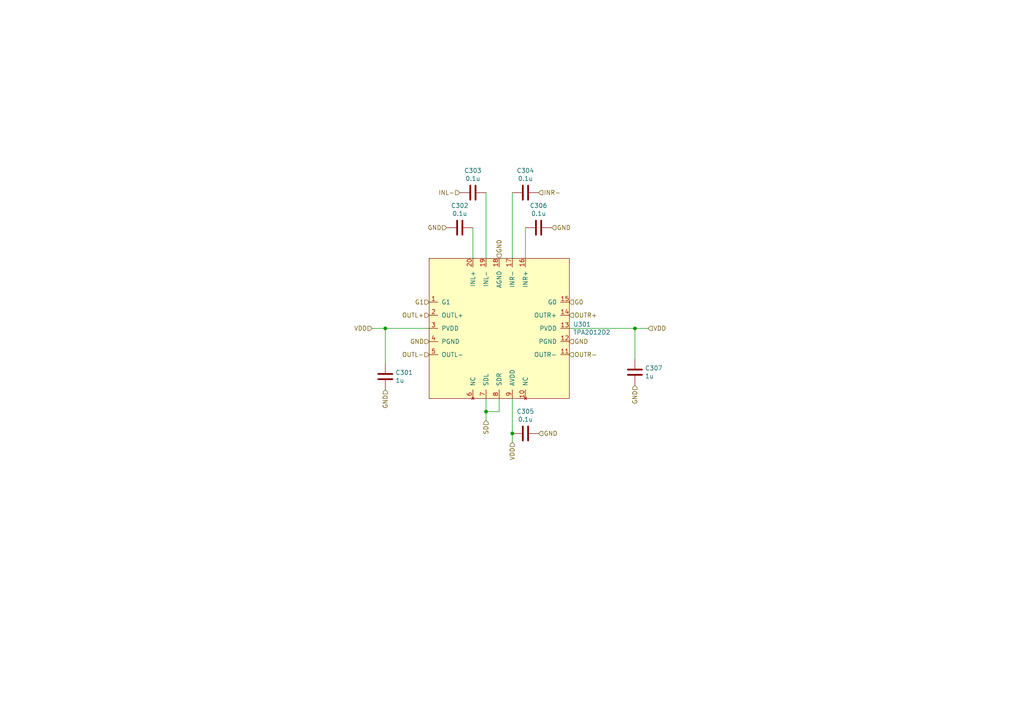
<source format=kicad_sch>
(kicad_sch (version 20211123) (generator eeschema)
  (paper "A4")
  (lib_symbols
    (symbol "Device:C" (pin_numbers hide) (pin_names (offset 0.254))
      (property "Reference" "C" (at 0.635 2.54 0))
      (property "Value" "C" (at 0.635 -2.54 0))
      (symbol "C_0_1"
        (polyline (pts (xy -2.032 -0.762) (xy 2.032 -0.762)) (stroke (width 0.508)))
        (polyline (pts (xy -2.032 0.762) (xy 2.032 0.762)) (stroke (width 0.508)))
      )
      (symbol "C_1_1"
        (pin passive line (at 0 3.81 270) (length 2.794) (name "~") (number "1"))
        (pin passive line (at 0 -3.81 90) (length 2.794) (name "~") (number "2"))
      )
    )
    (symbol "wm8758b_board:TPA2012D2" (pin_names (offset 1.016))
      (property "Reference" "U" (at 19.05 -22.86 0))
      (property "Value" "TPA2012D2" (at 0 0 0))
      (symbol "TPA2012D2_0_1"
        (rectangle (start 20.32 -20.32) (end -20.32 20.32) (fill (type background)))
      )
      (symbol "TPA2012D2_1_1"
        (pin input line (at -20.32 7.62 0) (length 2.54) (name "G1") (number "1"))
        (pin no_connect line (at 7.62 -20.32 90) (length 2.54) (name "NC") (number "10"))
        (pin output line (at 20.32 -7.62 180) (length 2.54) (name "OUTR-") (number "11"))
        (pin input line (at 20.32 -3.81 180) (length 2.54) (name "PGND") (number "12"))
        (pin input line (at 20.32 0 180) (length 2.54) (name "PVDD") (number "13"))
        (pin output line (at 20.32 3.81 180) (length 2.54) (name "OUTR+") (number "14"))
        (pin input line (at 20.32 7.62 180) (length 2.54) (name "G0") (number "15"))
        (pin input line (at 7.62 20.32 270) (length 2.54) (name "INR+") (number "16"))
        (pin input line (at 3.81 20.32 270) (length 2.54) (name "INR-") (number "17"))
        (pin input line (at 0 20.32 270) (length 2.54) (name "AGND") (number "18"))
        (pin input line (at -3.81 20.32 270) (length 2.54) (name "INL-") (number "19"))
        (pin output line (at -20.32 3.81 0) (length 2.54) (name "OUTL+") (number "2"))
        (pin input line (at -7.62 20.32 270) (length 2.54) (name "INL+") (number "20"))
        (pin input line (at -20.32 0 0) (length 2.54) (name "PVDD") (number "3"))
        (pin input line (at -20.32 -3.81 0) (length 2.54) (name "PGND") (number "4"))
        (pin output line (at -20.32 -7.62 0) (length 2.54) (name "OUTL-") (number "5"))
        (pin no_connect line (at -7.62 -20.32 90) (length 2.54) (name "NC") (number "6"))
        (pin input line (at -3.81 -20.32 90) (length 2.54) (name "SDL") (number "7"))
        (pin input line (at 0 -20.32 90) (length 2.54) (name "SDR") (number "8"))
        (pin input line (at 3.81 -20.32 90) (length 2.54) (name "AVDD") (number "9"))
      )
    )
  )
  (junction (at 184.15 95.25))
  (junction (at 140.97 119.38))
  (junction (at 111.76 95.25))
  (junction (at 148.59 125.73))
  (wire (pts (xy 140.97 119.38) (xy 144.78 119.38)))
  (wire (pts (xy 107.95 95.25) (xy 111.76 95.25)))
  (wire (pts (xy 165.1 95.25) (xy 184.15 95.25)))
  (wire (pts (xy 152.4 74.93) (xy 152.4 66.04)))
  (wire (pts (xy 140.97 115.57) (xy 140.97 119.38)))
  (wire (pts (xy 148.59 125.73) (xy 148.59 128.27)))
  (wire (pts (xy 144.78 119.38) (xy 144.78 115.57)))
  (wire (pts (xy 111.76 105.41) (xy 111.76 95.25)))
  (wire (pts (xy 137.16 66.04) (xy 137.16 74.93)))
  (wire (pts (xy 148.59 115.57) (xy 148.59 125.73)))
  (wire (pts (xy 140.97 119.38) (xy 140.97 121.92)))
  (wire (pts (xy 184.15 95.25) (xy 187.96 95.25)))
  (wire (pts (xy 111.76 95.25) (xy 124.46 95.25)))
  (wire (pts (xy 184.15 95.25) (xy 184.15 104.14)))
  (wire (pts (xy 140.97 55.88) (xy 140.97 74.93)))
  (wire (pts (xy 148.59 55.88) (xy 148.59 74.93)))
  (hierarchical_label "GND" (shape input) (at 160.02 66.04 0))
  (hierarchical_label "SD" (shape input) (at 140.97 121.92 270))
  (hierarchical_label "G0" (shape input) (at 165.1 87.63 0))
  (hierarchical_label "OUTL-" (shape input) (at 124.46 102.87 180))
  (hierarchical_label "VDD" (shape input) (at 148.59 128.27 270))
  (hierarchical_label "G1" (shape input) (at 124.46 87.63 180))
  (hierarchical_label "INR-" (shape input) (at 156.21 55.88 0))
  (hierarchical_label "VDD" (shape input) (at 107.95 95.25 180))
  (hierarchical_label "OUTR-" (shape input) (at 165.1 102.87 0))
  (hierarchical_label "OUTR+" (shape input) (at 165.1 91.44 0))
  (hierarchical_label "OUTL+" (shape input) (at 124.46 91.44 180))
  (hierarchical_label "GND" (shape input) (at 165.1 99.06 0))
  (hierarchical_label "GND" (shape input) (at 129.54 66.04 180))
  (hierarchical_label "GND" (shape input) (at 156.21 125.73 0))
  (hierarchical_label "VDD" (shape input) (at 187.96 95.25 0))
  (hierarchical_label "GND" (shape input) (at 184.15 111.76 270))
  (hierarchical_label "GND" (shape input) (at 144.78 74.93 90))
  (hierarchical_label "GND" (shape input) (at 111.76 113.03 270))
  (hierarchical_label "GND" (shape input) (at 124.46 99.06 180))
  (hierarchical_label "INL-" (shape input) (at 133.35 55.88 180))
  (symbol (lib_id "wm8758b_board:TPA2012D2") (at 144.78 95.25 0) (unit 1)
    (property "Reference" "U301" (at 166.2176 94.0816 0) (effects (justify left)))
    (property "Value" "TPA2012D2" (at 166.2176 96.393 0) (effects (justify left)))
    (property "Footprint" "tpa2012d2:TPA2012D2" (effects hide))
    (property "LCSC Part" "C7717" (effects hide))
  )
  (symbol (lib_id "Device:C") (at 152.4 125.73 270) (unit 1)
    (property "Reference" "C305" (at 152.4 119.3292 90))
    (property "Value" "0.1u" (at 152.4 121.6406 90))
    (property "Footprint" "Capacitor_SMD:C_0603_1608Metric" (effects hide))
    (property "LCSC Part" "C14663" (effects hide))
  )
  (symbol (lib_id "Device:C") (at 111.76 109.22 0) (unit 1)
    (property "Reference" "C301" (at 114.681 108.0516 0) (effects (justify left)))
    (property "Value" "1u" (at 114.681 110.363 0) (effects (justify left)))
    (property "Footprint" "Capacitor_SMD:C_0603_1608Metric" (effects hide))
    (property "LCSC Part" "C15849" (effects hide))
  )
  (symbol (lib_id "Device:C") (at 137.16 55.88 270) (unit 1)
    (property "Reference" "C303" (at 137.16 49.4792 90))
    (property "Value" "0.1u" (at 137.16 51.7906 90))
    (property "Footprint" "Capacitor_SMD:C_0603_1608Metric" (effects hide))
    (property "LCSC Part" "C14663" (effects hide))
  )
  (symbol (lib_id "Device:C") (at 152.4 55.88 270) (unit 1)
    (property "Reference" "C304" (at 152.4 49.4792 90))
    (property "Value" "0.1u" (at 152.4 51.7906 90))
    (property "Footprint" "Capacitor_SMD:C_0603_1608Metric" (effects hide))
    (property "LCSC Part" "C14663" (effects hide))
  )
  (symbol (lib_id "Device:C") (at 156.21 66.04 90) (unit 1)
    (property "Reference" "C306" (at 156.21 59.6392 90))
    (property "Value" "0.1u" (at 156.21 61.9506 90))
    (property "Footprint" "Capacitor_SMD:C_0603_1608Metric" (effects hide))
    (property "LCSC Part" "C14663" (effects hide))
  )
  (symbol (lib_id "Device:C") (at 133.35 66.04 270) (unit 1)
    (property "Reference" "C302" (at 133.35 59.6392 90))
    (property "Value" "0.1u" (at 133.35 61.9506 90))
    (property "Footprint" "Capacitor_SMD:C_0603_1608Metric" (effects hide))
    (property "LCSC Part" "C14663" (effects hide))
  )
  (symbol (lib_id "Device:C") (at 184.15 107.95 0) (unit 1)
    (property "Reference" "C307" (at 187.071 106.7816 0) (effects (justify left)))
    (property "Value" "1u" (at 187.071 109.093 0) (effects (justify left)))
    (property "Footprint" "Capacitor_SMD:C_0603_1608Metric" (effects hide))
    (property "LCSC Part" "C15849" (effects hide))
  )
)
</source>
